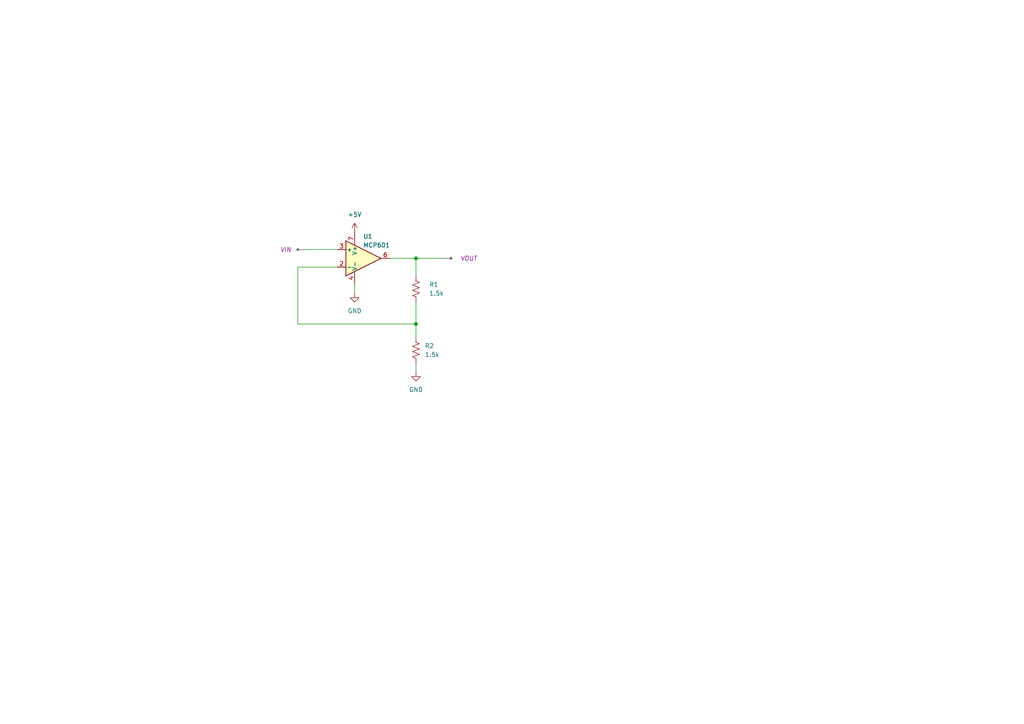
<source format=kicad_sch>
(kicad_sch (version 20230121) (generator eeschema)
  (paper "A4")
  (title_block (title "Non-Inverting Amplifier") (date "2024-02-06") (rev "1") (company "E80 Team 36"))
  (lib_symbols
    (symbol "Amplifier_Operational:MCP601-xP" (pin_names (offset 0.127))
      (property "Reference" "U" (at 0 6.35 0))
      (property "Value" "MCP601-xP" (at 0 3.81 0))
      (symbol "MCP601-xP_0_1"
        (polyline (pts (xy -5.08 5.08) (xy 5.08 0) (xy -5.08 -5.08) (xy -5.08 5.08)) (stroke (width 0.254)) (fill (type background)))
      )
      (symbol "MCP601-xP_1_1"
        (pin no_connect line (at -5.08 -2.54 90) (length 2.54) hide (name "NC") (number "1"))
        (pin input line (at -7.62 -2.54 0) (length 2.54) (name "-") (number "2"))
        (pin input line (at -7.62 2.54 0) (length 2.54) (name "+") (number "3"))
        (pin power_in line (at -2.54 -7.62 90) (length 3.81) (name "V-") (number "4"))
        (pin no_connect line (at -2.54 -2.54 90) (length 2.54) hide (name "NC") (number "5"))
        (pin output line (at 7.62 0 180) (length 2.54) (name "~") (number "6"))
        (pin power_in line (at -2.54 7.62 270) (length 3.81) (name "V+") (number "7"))
        (pin no_connect line (at 0 -2.54 90) (length 2.54) hide (name "NC") (number "8"))
      )
    )
    (symbol "Device:R_US" (pin_numbers hide) (pin_names (offset 0))
      (property "Reference" "R" (at 2.54 0 90))
      (property "Value" "R_US" (at -2.54 0 90))
      (symbol "R_US_0_1"
        (polyline (pts (xy 0 -2.286) (xy 0 -2.54)))
        (polyline (pts (xy 0 2.286) (xy 0 2.54)))
        (polyline (pts (xy 0 -0.762) (xy 1.016 -1.143) (xy 0 -1.524) (xy -1.016 -1.905) (xy 0 -2.286)))
        (polyline (pts (xy 0 0.762) (xy 1.016 0.381) (xy 0 0) (xy -1.016 -0.381) (xy 0 -0.762)))
        (polyline (pts (xy 0 2.286) (xy 1.016 1.905) (xy 0 1.524) (xy -1.016 1.143) (xy 0 0.762)))
      )
      (symbol "R_US_1_1"
        (pin passive line (at 0 3.81 270) (length 1.27) (name "~") (number "1"))
        (pin passive line (at 0 -3.81 90) (length 1.27) (name "~") (number "2"))
      )
    )
    (symbol "power:+5V" (power) (pin_names (offset 0))
      (property "Value" "+5V" (at 0 3.556 0))
      (symbol "+5V_0_1"
        (polyline (pts (xy -0.762 1.27) (xy 0 2.54)))
        (polyline (pts (xy 0 0) (xy 0 2.54)))
        (polyline (pts (xy 0 2.54) (xy 0.762 1.27)))
      )
      (symbol "+5V_1_1"
        (pin power_in line (at 0 0 90) (length 0) hide (name "+5V") (number "1"))
      )
    )
    (symbol "power:GND" (power) (pin_names (offset 0))
      (property "Value" "GND" (at 0 -3.81 0))
      (symbol "GND_0_1"
        (polyline (pts (xy 0 0) (xy 0 -1.27) (xy 1.27 -1.27) (xy 0 -2.54) (xy -1.27 -1.27) (xy 0 -1.27)))
      )
      (symbol "GND_1_1"
        (pin power_in line (at 0 0 270) (length 0) hide (name "GND") (number "1"))
      )
    )
  )
  (junction (at 120.65 74.93))
  (junction (at 120.65 93.98))
  (wire (pts (xy 113.03 74.93) (xy 120.65 74.93)))
  (wire (pts (xy 88.9 72.39) (xy 97.79 72.39)))
  (wire (pts (xy 120.65 93.98) (xy 120.65 97.79)))
  (wire (pts (xy 120.65 74.93) (xy 120.65 80.01)))
  (wire (pts (xy 86.36 93.98) (xy 120.65 93.98)))
  (wire (pts (xy 102.87 82.55) (xy 102.87 85.09)))
  (wire (pts (xy 120.65 74.93) (xy 128.27 74.93)))
  (wire (pts (xy 97.79 77.47) (xy 86.36 77.47)))
  (wire (pts (xy 120.65 93.98) (xy 120.65 87.63)))
  (wire (pts (xy 86.36 77.47) (xy 86.36 93.98)))
  (wire (pts (xy 120.65 105.41) (xy 120.65 107.95)))
  (netclass_flag "" (length 2.54) (shape dot) (at 88.9 72.39 90) (property "Netclass" "VIN" (at 81.28 72.39 0) (effects (font italic) (justify left))))
  (netclass_flag "" (length 2.54) (shape dot) (at 128.27 74.93 270) (property "Netclass" "VOUT" (at 138.43 74.93 0) (effects (font italic) (justify right))))
  (symbol (lib_id "power:GND") (at 120.65 107.95 0) (unit 1)
    (property "Reference" "#PWR04" (effects hide))
    (property "Value" "GND" (at 120.65 113.03 0))
  )
  (symbol (lib_id "power:+5V") (at 102.87 67.31 0) (unit 1)
    (property "Reference" "#PWR01" (effects hide))
    (property "Value" "+5V" (at 102.87 62.23 0))
  )
  (symbol (lib_id "Device:R_US") (at 120.65 101.6 0) (unit 1)
    (property "Reference" "R2" (at 123.19 100.33 0) (effects (justify left)))
    (property "Value" "1.5k" (at 123.19 102.87 0) (effects (justify left)))
  )
  (symbol (lib_id "power:GND") (at 102.87 85.09 0) (unit 1)
    (property "Reference" "#PWR02" (effects hide))
    (property "Value" "GND" (at 102.87 90.17 0))
  )
  (symbol (lib_id "Device:R_US") (at 120.65 83.82 0) (unit 1)
    (property "Reference" "R1" (at 124.46 82.55 0) (effects (justify left)))
    (property "Value" "1.5k" (at 124.46 85.09 0) (effects (justify left)))
  )
  (symbol (lib_id "Amplifier_Operational:MCP601-xP") (at 105.41 74.93 0) (unit 1)
    (property "Reference" "U1" (at 106.68 68.58 0))
    (property "Value" "MCP601" (at 109.22 71.12 0))
    (property "Footprint" "Package_DIP:DIP-8_W7.62mm" (effects hide))
    (property "Datasheet" "http://ww1.microchip.com/downloads/en/DeviceDoc/21314g.pdf" (effects hide))
  )
)
</source>
